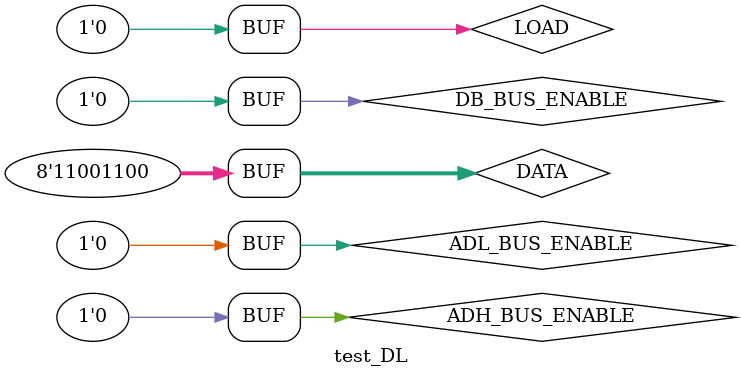
<source format=v>
`timescale 1ns / 1ps


module test_DL;

	// Inputs
	reg LOAD;
	reg DB_BUS_ENABLE;
	reg ADL_BUS_ENABLE;
	reg ADH_BUS_ENABLE;
	reg [7:0] DATA;

	// Outputs
	wire [7:0] DB_OUT;
	wire [7:0] ADL_OUT;
	wire [7:0] ADH_OUT;

	// Instantiate the Unit Under Test (UUT)
	reg_DL uut (
		.LOAD(LOAD), 
		.DB_BUS_ENABLE(DB_BUS_ENABLE), 
		.ADL_BUS_ENABLE(ADL_BUS_ENABLE), 
		.ADH_BUS_ENABLE(ADH_BUS_ENABLE), 
		.DATA(DATA), 
		.DB_OUT(DB_OUT), 
		.ADL_OUT(ADL_OUT), 
		.ADH_OUT(ADH_OUT)
	);

	initial begin
		// Initialize Inputs
		LOAD = 0;
		DB_BUS_ENABLE = 0;
		ADL_BUS_ENABLE = 0;
		ADH_BUS_ENABLE = 0;
		DATA = 0;

		// Wait 100 ns for global reset to finish
		#100;
        
		// Add stimulus here
		$monitor($time, ": LOAD_SIGNAL: %b, DB_BUS_ENABLE_SIGNAL: %b, ADL_BUS_ENABLE_SIGNAL: %b, ADH_BUS_ENABLE_SIGNAL: %b, DATA_IN_STATE: %h, DB_DATA_OUT_STATE: %h, ADL_DATA_OUT_STATE: %h, ADH_DATA_OUT_STATE: %h",
		LOAD, DB_BUS_ENABLE, ADL_BUS_ENABLE, ADH_BUS_ENABLE, DATA, DB_OUT, ADL_OUT, ADH_OUT);
		#1;
		$display("\tExpeted outputs: DB=XX, ADL=XX, ADH=XX");
		
		DATA = 8'hAA;
		#1;
		LOAD = 1;
		#1;
		LOAD = 0;
		#1;
		$display("\tExpeted outputs: DB=XX, ADL=XX, ADH=XX");
		

		DB_BUS_ENABLE = 1;
		#1;
		DB_BUS_ENABLE = 0;
		#1;
		$display("\tExpeted outputs: DB=AA, ADL=XX, ADH=XX");
		
		DATA = 8'hBB;
		#1;
		LOAD = 1;
		#1;
		LOAD = 0;
		#1;
		$display("\tExpeted outputs: DB=AA, ADL=XX, ADH=XX");
		

		ADL_BUS_ENABLE = 1;
		#1;
		ADL_BUS_ENABLE = 0;
		#1;
		$display("\tExpeted outputs: DB=AA, ADL=BB, ADH=XX");
		
		DATA = 8'hCC;
		#1;
		LOAD = 1;
		#1;
		LOAD = 0;
		#1;
		$display("\tExpeted outputs: DB=AA, ADL=BB, ADH=XX");
		

		ADH_BUS_ENABLE = 1;
		#1;
		ADH_BUS_ENABLE = 0;
		#1;
		$display("\tExpeted outputs: DB=AA, ADL=BB, ADH=CC");
		
		

	end
      
endmodule


</source>
